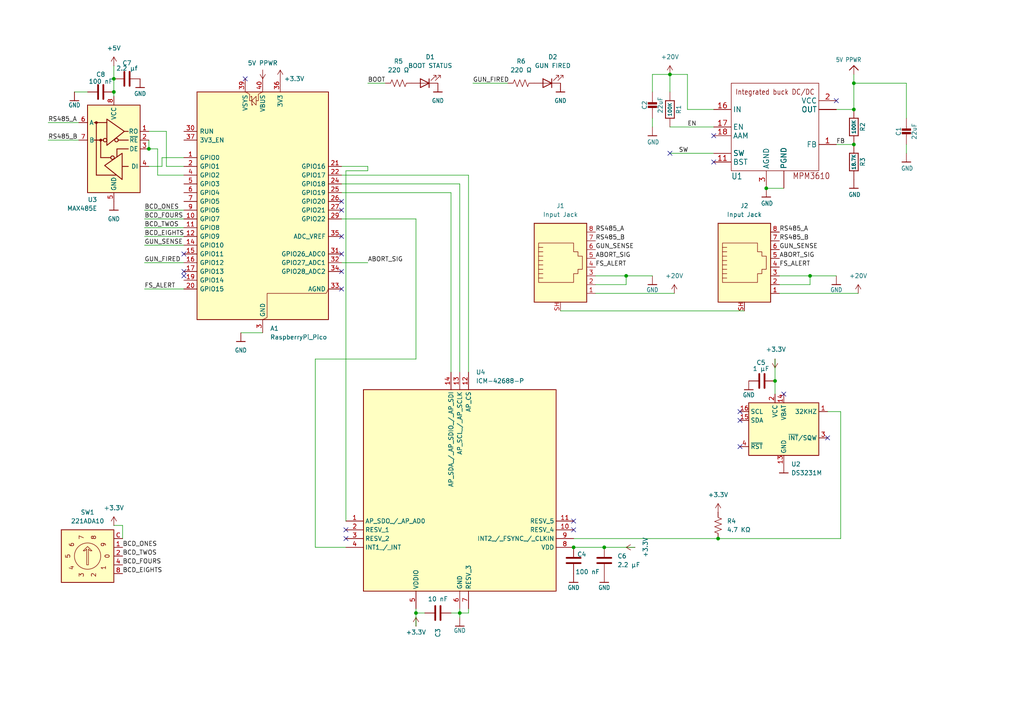
<source format=kicad_sch>
(kicad_sch (version 20250114) (generator "eeschema") (generator_version "9.0")
  (paper "A4")
  (lib_symbols
    (symbol "Connector:RJ45_Shielded" (pin_names (offset 1.016))
      (property "Reference" "J" (at -5.08 13.97 0))
      (property "Value" "RJ45_Shielded" (at 2.54 13.97 0))
      (symbol "RJ45_Shielded_0_1"
        (polyline (pts (xy -6.35 1.905) (xy -5.08 1.905) (xy -5.08 1.905)))
        (polyline (pts (xy -6.35 0.635) (xy -5.08 0.635) (xy -5.08 0.635)))
        (polyline (pts (xy -6.35 -0.635) (xy -5.08 -0.635) (xy -5.08 -0.635)))
        (polyline (pts (xy -6.35 -1.905) (xy -5.08 -1.905) (xy -5.08 -1.905)))
        (polyline (pts (xy -6.35 -3.175) (xy -5.08 -3.175) (xy -5.08 -3.175)))
        (polyline (pts (xy -6.35 -4.445) (xy -6.35 6.985) (xy 3.81 6.985) (xy 3.81 4.445) (xy 5.08 4.445) (xy 5.08 3.175) (xy 6.35 3.175) (xy 6.35 -0.635) (xy 5.08 -0.635) (xy 5.08 -1.905) (xy 3.81 -1.905) (xy 3.81 -4.445) (xy -6.35 -4.445) (xy -6.35 -4.445)))
        (polyline (pts (xy -5.08 5.715) (xy -6.35 5.715)))
        (polyline (pts (xy -5.08 4.445) (xy -6.35 4.445)))
        (polyline (pts (xy -5.08 3.175) (xy -6.35 3.175) (xy -6.35 3.175)))
        (rectangle (start 7.62 12.7) (end -7.62 -10.16) (stroke (width 0.254)) (fill (type background)))
      )
      (symbol "RJ45_Shielded_1_1"
        (pin passive line (at 0 -12.7 90) (length 2.54) (name "~") (number "SH"))
        (pin passive line (at 10.16 10.16 180) (length 2.54) (name "~") (number "8"))
        (pin passive line (at 10.16 7.62 180) (length 2.54) (name "~") (number "7"))
        (pin passive line (at 10.16 5.08 180) (length 2.54) (name "~") (number "6"))
        (pin passive line (at 10.16 2.54 180) (length 2.54) (name "~") (number "5"))
        (pin passive line (at 10.16 0 180) (length 2.54) (name "~") (number "4"))
        (pin passive line (at 10.16 -2.54 180) (length 2.54) (name "~") (number "3"))
        (pin passive line (at 10.16 -5.08 180) (length 2.54) (name "~") (number "2"))
        (pin passive line (at 10.16 -7.62 180) (length 2.54) (name "~") (number "1"))
      )
    )
    (symbol "Device:C" (pin_numbers (hide yes)) (pin_names (offset 0.254))
      (property "Reference" "C" (at 0.635 2.54 0))
      (property "Value" "C" (at 0.635 -2.54 0))
      (symbol "C_0_1"
        (polyline (pts (xy -2.032 0.762) (xy 2.032 0.762)) (stroke (width 0.508)))
        (polyline (pts (xy -2.032 -0.762) (xy 2.032 -0.762)) (stroke (width 0.508)))
      )
      (symbol "C_1_1"
        (pin passive line (at 0 3.81 270) (length 2.794) (name "~") (number "1"))
        (pin passive line (at 0 -3.81 90) (length 2.794) (name "~") (number "2"))
      )
    )
    (symbol "Device:LED" (pin_numbers (hide yes)) (pin_names (offset 1.016) (hide yes))
      (property "Reference" "D" (at 0 2.54 0))
      (property "Value" "LED" (at 0 -2.54 0))
      (symbol "LED_0_1"
        (polyline (pts (xy -3.048 -0.762) (xy -4.572 -2.286) (xy -3.81 -2.286) (xy -4.572 -2.286) (xy -4.572 -1.524)))
        (polyline (pts (xy -1.778 -0.762) (xy -3.302 -2.286) (xy -2.54 -2.286) (xy -3.302 -2.286) (xy -3.302 -1.524)))
        (polyline (pts (xy -1.27 0) (xy 1.27 0)))
        (polyline (pts (xy -1.27 -1.27) (xy -1.27 1.27)) (stroke (width 0.254)))
        (polyline (pts (xy 1.27 -1.27) (xy 1.27 1.27) (xy -1.27 0) (xy 1.27 -1.27)) (stroke (width 0.254)))
      )
      (symbol "LED_1_1"
        (pin passive line (at -3.81 0 0) (length 2.54) (name "K") (number "1"))
        (pin passive line (at 3.81 0 180) (length 2.54) (name "A") (number "2"))
      )
    )
    (symbol "Device:R_US" (pin_numbers (hide yes)) (pin_names (offset 0))
      (property "Reference" "R" (at 2.54 0 90))
      (property "Value" "R_US" (at -2.54 0 90))
      (symbol "R_US_0_1"
        (polyline (pts (xy 0 2.286) (xy 0 2.54)))
        (polyline (pts (xy 0 2.286) (xy 1.016 1.905) (xy 0 1.524) (xy -1.016 1.143) (xy 0 0.762)))
        (polyline (pts (xy 0 0.762) (xy 1.016 0.381) (xy 0 0) (xy -1.016 -0.381) (xy 0 -0.762)))
        (polyline (pts (xy 0 -0.762) (xy 1.016 -1.143) (xy 0 -1.524) (xy -1.016 -1.905) (xy 0 -2.286)))
        (polyline (pts (xy 0 -2.286) (xy 0 -2.54)))
      )
      (symbol "R_US_1_1"
        (pin passive line (at 0 3.81 270) (length 1.27) (name "~") (number "1"))
        (pin passive line (at 0 -3.81 90) (length 1.27) (name "~") (number "2"))
      )
    )
    (symbol "ICM-42688:ICM-42688-P"
      (property "Reference" "IC" (at 62.23 43.18 0))
      (property "Value" "ICM-42688-P" (at 62.23 40.64 0))
      (symbol "ICM-42688-P_1_1"
        (rectangle (start 5.08 38.1) (end 60.96 -20.32) (stroke (width 0.254)) (fill (type background)))
        (pin passive line (at 0 0 0) (length 5.08) (name "AP_SDO_/_AP_AD0") (number "1"))
        (pin passive line (at 0 -2.54 0) (length 5.08) (name "RESV_1") (number "2"))
        (pin passive line (at 0 -5.08 0) (length 5.08) (name "RESV_2") (number "3"))
        (pin passive line (at 0 -7.62 0) (length 5.08) (name "INT1_/_INT") (number "4"))
        (pin passive line (at 20.32 -25.4 90) (length 5.08) (name "VDDIO") (number "5"))
        (pin passive line (at 30.48 43.18 270) (length 5.08) (name "AP_SDA_/_AP_SDIO_/_AP_SDI") (number "14"))
        (pin passive line (at 33.02 43.18 270) (length 5.08) (name "AP_SCL_/_AP_SCLK") (number "13"))
        (pin passive line (at 33.02 -25.4 90) (length 5.08) (name "GND") (number "6"))
        (pin passive line (at 35.56 43.18 270) (length 5.08) (name "AP_CS") (number "12"))
        (pin passive line (at 35.56 -25.4 90) (length 5.08) (name "RESV_3") (number "7"))
        (pin passive line (at 66.04 0 180) (length 5.08) (name "RESV_5") (number "11"))
        (pin passive line (at 66.04 -2.54 180) (length 5.08) (name "RESV_4") (number "10"))
        (pin passive line (at 66.04 -5.08 180) (length 5.08) (name "INT2_/_FSYNC_/_CLKIN") (number "9"))
        (pin passive line (at 66.04 -7.62 180) (length 5.08) (name "VDD") (number "8"))
      )
    )
    (symbol "Interface_UART:MAX485E"
      (property "Reference" "U" (at -6.985 13.97 0))
      (property "Value" "MAX485E" (at 1.905 13.97 0))
      (symbol "MAX485E_0_1"
        (rectangle (start -7.62 12.7) (end 7.62 -12.7) (stroke (width 0.254)) (fill (type background)))
        (polyline (pts (xy -4.191 2.54) (xy -1.27 2.54)) (stroke (width 0.254)))
        (polyline (pts (xy -4.191 0) (xy -0.889 0) (xy -0.889 -2.286)) (stroke (width 0.254)))
        (polyline (pts (xy -3.175 5.08) (xy -4.191 5.08) (xy -4.064 5.08)) (stroke (width 0.254)))
        (polyline (pts (xy -2.54 -5.08) (xy -4.191 -5.08)) (stroke (width 0.254)))
        (polyline (pts (xy -2.413 -5.08) (xy -2.413 -1.27) (xy 2.667 -4.826) (xy -2.413 -8.89) (xy -2.413 -5.08)) (stroke (width 0.254)))
        (polyline (pts (xy -0.635 -7.62) (xy 5.08 -7.62)) (stroke (width 0.254)))
        (circle (center 0.381 -2.54) (radius 0.508) (stroke (width 0.254)))
        (polyline (pts (xy 0.889 -2.54) (xy 3.81 -2.54)) (stroke (width 0.254)))
        (polyline (pts (xy 2.032 7.62) (xy 5.715 7.62)) (stroke (width 0.254)))
        (polyline (pts (xy 3.048 2.54) (xy 5.715 2.54)) (stroke (width 0.254)))
        (circle (center 3.81 2.54) (radius 0.2794) (stroke (width 0.254)) (fill (type outline)))
        (polyline (pts (xy 3.81 -2.54) (xy 3.81 2.54)) (stroke (width 0.254)))
        (polyline (pts (xy 5.08 -7.62) (xy 5.08 7.62)) (stroke (width 0.254)))
      )
      (symbol "MAX485E_1_1"
        (circle (center -0.762 2.54) (radius 0.508) (stroke (width 0.254)))
        (polyline (pts (xy 2.032 4.826) (xy 2.032 8.636) (xy -3.048 5.08) (xy 2.032 1.016) (xy 2.032 4.826)) (stroke (width 0.254)))
        (circle (center 2.54 2.54) (radius 0.508) (stroke (width 0.254)))
        (circle (center 5.08 7.62) (radius 0.2794) (stroke (width 0.254)) (fill (type outline)))
        (pin output line (at -10.16 5.08 0) (length 2.54) (name "RO") (number "1"))
        (pin input line (at -10.16 2.54 0) (length 2.54) (name "~{RE}") (number "2"))
        (pin input line (at -10.16 0 0) (length 2.54) (name "DE") (number "3"))
        (pin input line (at -10.16 -5.08 0) (length 2.54) (name "DI") (number "4"))
        (pin power_in line (at 0 15.24 270) (length 2.54) (name "VCC") (number "8"))
        (pin power_in line (at 0 -15.24 90) (length 2.54) (name "GND") (number "5"))
        (pin bidirectional line (at 10.16 7.62 180) (length 2.54) (name "A") (number "6"))
        (pin bidirectional line (at 10.16 2.54 180) (length 2.54) (name "B") (number "7"))
      )
    )
    (symbol "MCU_Module:RaspberryPi_Pico" (pin_names (offset 0.762))
      (property "Reference" "A" (at -19.05 35.56 0))
      (property "Value" "RaspberryPi_Pico" (at 7.62 35.56 0))
      (symbol "RaspberryPi_Pico_0_1"
        (rectangle (start -19.05 34.29) (end 19.05 -31.75) (stroke (width 0.254)) (fill (type background)))
        (polyline (pts (xy -5.08 34.29) (xy -3.81 33.655) (xy -3.81 31.75) (xy -3.175 31.75)))
        (polyline (pts (xy -3.429 32.766) (xy -3.429 33.02) (xy -3.175 33.02) (xy -3.175 30.48) (xy -2.921 30.48) (xy -2.921 30.734)))
        (polyline (pts (xy -3.175 31.75) (xy -1.905 33.02) (xy -1.905 30.48) (xy -3.175 31.75)))
        (polyline (pts (xy 0 34.29) (xy -1.27 33.655) (xy -1.27 31.75) (xy -1.905 31.75)))
        (polyline (pts (xy 0 -31.75) (xy 1.27 -31.115) (xy 1.27 -24.13) (xy 18.415 -24.13) (xy 19.05 -22.86)))
      )
      (symbol "RaspberryPi_Pico_1_1"
        (pin passive line (at -22.86 22.86 0) (length 3.81) (name "RUN") (number "30"))
        (pin passive line (at -22.86 20.32 0) (length 3.81) (name "3V3_EN") (number "37"))
        (pin bidirectional line (at -22.86 15.24 0) (length 3.81) (name "GPIO0") (number "1"))
        (pin bidirectional line (at -22.86 12.7 0) (length 3.81) (name "GPIO1") (number "2"))
        (pin bidirectional line (at -22.86 10.16 0) (length 3.81) (name "GPIO2") (number "4"))
        (pin bidirectional line (at -22.86 7.62 0) (length 3.81) (name "GPIO3") (number "5"))
        (pin bidirectional line (at -22.86 5.08 0) (length 3.81) (name "GPIO4") (number "6"))
        (pin bidirectional line (at -22.86 2.54 0) (length 3.81) (name "GPIO5") (number "7"))
        (pin bidirectional line (at -22.86 0 0) (length 3.81) (name "GPIO6") (number "9"))
        (pin bidirectional line (at -22.86 -2.54 0) (length 3.81) (name "GPIO7") (number "10"))
        (pin bidirectional line (at -22.86 -5.08 0) (length 3.81) (name "GPIO8") (number "11"))
        (pin bidirectional line (at -22.86 -7.62 0) (length 3.81) (name "GPIO9") (number "12"))
        (pin bidirectional line (at -22.86 -10.16 0) (length 3.81) (name "GPIO10") (number "14"))
        (pin bidirectional line (at -22.86 -12.7 0) (length 3.81) (name "GPIO11") (number "15"))
        (pin bidirectional line (at -22.86 -15.24 0) (length 3.81) (name "GPIO12") (number "16"))
        (pin bidirectional line (at -22.86 -17.78 0) (length 3.81) (name "GPIO13") (number "17"))
        (pin bidirectional line (at -22.86 -20.32 0) (length 3.81) (name "GPIO14") (number "19"))
        (pin bidirectional line (at -22.86 -22.86 0) (length 3.81) (name "GPIO15") (number "20"))
        (pin power_in line (at -5.08 38.1 270) (length 3.81) (name "VSYS") (number "39"))
        (pin power_out line (at 0 38.1 270) (length 3.81) (name "VBUS") (number "40"))
        (pin passive line (at 0 -35.56 90) (length 3.81) (hide yes) (name "GND") (number "13"))
        (pin passive line (at 0 -35.56 90) (length 3.81) (hide yes) (name "GND") (number "18"))
        (pin passive line (at 0 -35.56 90) (length 3.81) (hide yes) (name "GND") (number "23"))
        (pin passive line (at 0 -35.56 90) (length 3.81) (hide yes) (name "GND") (number "28"))
        (pin power_out line (at 0 -35.56 90) (length 3.81) (name "GND") (number "3"))
        (pin passive line (at 0 -35.56 90) (length 3.81) (hide yes) (name "GND") (number "38"))
        (pin passive line (at 0 -35.56 90) (length 3.81) (hide yes) (name "GND") (number "8"))
        (pin power_out line (at 5.08 38.1 270) (length 3.81) (name "3V3") (number "36"))
        (pin bidirectional line (at 22.86 12.7 180) (length 3.81) (name "GPIO16") (number "21"))
        (pin bidirectional line (at 22.86 10.16 180) (length 3.81) (name "GPIO17") (number "22"))
        (pin bidirectional line (at 22.86 7.62 180) (length 3.81) (name "GPIO18") (number "24"))
        (pin bidirectional line (at 22.86 5.08 180) (length 3.81) (name "GPIO19") (number "25"))
        (pin bidirectional line (at 22.86 2.54 180) (length 3.81) (name "GPIO20") (number "26"))
        (pin bidirectional line (at 22.86 0 180) (length 3.81) (name "GPIO21") (number "27"))
        (pin bidirectional line (at 22.86 -2.54 180) (length 3.81) (name "GPIO22") (number "29"))
        (pin power_in line (at 22.86 -7.62 180) (length 3.81) (name "ADC_VREF") (number "35"))
        (pin bidirectional line (at 22.86 -12.7 180) (length 3.81) (name "GPIO26_ADC0") (number "31"))
        (pin bidirectional line (at 22.86 -15.24 180) (length 3.81) (name "GPIO27_ADC1") (number "32"))
        (pin bidirectional line (at 22.86 -17.78 180) (length 3.81) (name "GPIO28_ADC2") (number "34"))
        (pin power_out line (at 22.86 -22.86 180) (length 3.81) (name "AGND") (number "33"))
      )
    )
    (symbol "Switch:SW_Coded_SH-7040" (pin_names (hide yes))
      (property "Reference" "SW" (at -7.62 8.89 0))
      (property "Value" "SW_Coded_SH-7040" (at -7.62 -8.89 0))
      (symbol "SW_Coded_SH-7040_0_0"
        (text "5" (at -5.715 0 900) (effects (font (size 1.27 1.27))))
        (text "6" (at -4.6228 3.3528 540) (effects (font (size 1.27 1.27))))
        (text "4" (at -4.6228 -3.3528 1260) (effects (font (size 1.27 1.27))))
        (text "7" (at -1.778 5.4356 180) (effects (font (size 1.27 1.27))))
        (text "3" (at -1.778 -5.4356 1620) (effects (font (size 1.27 1.27))))
        (text "8" (at 1.778 5.4356 3420) (effects (font (size 1.27 1.27))))
        (text "2" (at 1.778 -5.4356 1980) (effects (font (size 1.27 1.27))))
        (text "9" (at 4.6228 3.3528 3060) (effects (font (size 1.27 1.27))))
        (text "1" (at 4.6228 -3.3528 2340) (effects (font (size 1.27 1.27))))
        (text "0" (at 5.715 0 2700) (effects (font (size 1.27 1.27))))
      )
      (symbol "SW_Coded_SH-7040_0_1"
        (polyline (pts (xy -0.254 -2.54) (xy -0.254 2.032) (xy -0.762 1.524) (xy -1.27 1.524) (xy 0 2.794) (xy 1.27 1.524) (xy 0.762 1.524) (xy 0.254 2.032) (xy 0.254 -2.54) (xy -0.254 -2.54) (xy -0.254 -2.54)))
        (circle (center 0 0) (radius 3.81))
        (rectangle (start 7.62 7.62) (end -7.62 -7.62) (stroke (width 0.254)) (fill (type background)))
      )
      (symbol "SW_Coded_SH-7040_1_1"
        (pin passive line (at 10.16 5.08 180) (length 2.54) (name "C") (number "C"))
        (pin passive line (at 10.16 2.54 180) (length 2.54) (name "1") (number "1"))
        (pin passive line (at 10.16 0 180) (length 2.54) (name "2") (number "2"))
        (pin passive line (at 10.16 -2.54 180) (length 2.54) (name "4") (number "4"))
        (pin passive line (at 10.16 -5.08 180) (length 2.54) (name "8") (number "8"))
      )
    )
    (symbol "Timer_RTC:DS3231M"
      (property "Reference" "U" (at -7.62 8.89 0))
      (property "Value" "DS3231M" (at 10.16 8.89 0))
      (symbol "DS3231M_0_1"
        (rectangle (start -10.16 7.62) (end 10.16 -7.62) (stroke (width 0.254)) (fill (type background)))
      )
      (symbol "DS3231M_1_1"
        (pin input line (at -12.7 5.08 0) (length 2.54) (name "SCL") (number "16"))
        (pin bidirectional line (at -12.7 2.54 0) (length 2.54) (name "SDA") (number "15"))
        (pin bidirectional line (at -12.7 -5.08 0) (length 2.54) (name "~{RST}") (number "4"))
        (pin power_in line (at -2.54 10.16 270) (length 2.54) (name "VCC") (number "2"))
        (pin power_in line (at 0 10.16 270) (length 2.54) (name "VBAT") (number "14"))
        (pin passive line (at 0 -10.16 90) (length 2.54) (hide yes) (name "GND") (number "10"))
        (pin passive line (at 0 -10.16 90) (length 2.54) (hide yes) (name "GND") (number "11"))
        (pin passive line (at 0 -10.16 90) (length 2.54) (hide yes) (name "GND") (number "12"))
        (pin power_in line (at 0 -10.16 90) (length 2.54) (name "GND") (number "13"))
        (pin passive line (at 0 -10.16 90) (length 2.54) (hide yes) (name "GND") (number "5"))
        (pin passive line (at 0 -10.16 90) (length 2.54) (hide yes) (name "GND") (number "6"))
        (pin passive line (at 0 -10.16 90) (length 2.54) (hide yes) (name "GND") (number "7"))
        (pin passive line (at 0 -10.16 90) (length 2.54) (hide yes) (name "GND") (number "8"))
        (pin passive line (at 0 -10.16 90) (length 2.54) (hide yes) (name "GND") (number "9"))
        (pin open_collector line (at 12.7 5.08 180) (length 2.54) (name "32KHZ") (number "1"))
        (pin open_collector line (at 12.7 -2.54 180) (length 2.54) (name "~{INT}/SQW") (number "3"))
      )
    )
    (symbol "power:+15V" (power) (pin_numbers (hide yes)) (pin_names (offset 0) (hide yes))
      (property "Value" "+15V" (at 0 3.556 0))
      (symbol "+15V_0_1"
        (polyline (pts (xy -0.762 1.27) (xy 0 2.54)))
        (polyline (pts (xy 0 2.54) (xy 0.762 1.27)))
        (polyline (pts (xy 0 0) (xy 0 2.54)))
      )
      (symbol "+15V_1_1"
        (pin power_in line (at 0 0 90) (length 0) (name "~") (number "1"))
      )
    )
    (symbol "power:+3.3V" (power) (pin_numbers (hide yes)) (pin_names (offset 0) (hide yes))
      (property "Value" "+3.3V" (at 0 3.556 0))
      (symbol "+3.3V_0_1"
        (polyline (pts (xy -0.762 1.27) (xy 0 2.54)))
        (polyline (pts (xy 0 2.54) (xy 0.762 1.27)))
        (polyline (pts (xy 0 0) (xy 0 2.54)))
      )
      (symbol "+3.3V_1_1"
        (pin power_in line (at 0 0 90) (length 0) (name "~") (number "1"))
      )
    )
    (symbol "power:+5V" (power) (pin_numbers (hide yes)) (pin_names (offset 0) (hide yes))
      (property "Value" "+5V" (at 0 3.556 0))
      (symbol "+5V_0_1"
        (polyline (pts (xy -0.762 1.27) (xy 0 2.54)))
        (polyline (pts (xy 0 2.54) (xy 0.762 1.27)))
        (polyline (pts (xy 0 0) (xy 0 2.54)))
      )
      (symbol "+5V_1_1"
        (pin power_in line (at 0 0 90) (length 0) (name "~") (number "1"))
      )
    )
    (symbol "power:GND" (power)
      (symbol "GND_1_0"
        (polyline (pts (xy -1.27 0) (xy 1.27 0)) (stroke (width 0.254)))
        (pin power_in line (at 0 2.54 270) (length 2.54) (name "GND") (number "1"))
      )
    )
    (symbol "react_schematics-eagle-import:3.3V" (power)
      (symbol "3.3V_1_0"
        (polyline (pts (xy -1.27 -1.27) (xy 0 0)) (stroke (width 0.254)))
        (polyline (pts (xy 0 0) (xy 1.27 -1.27)) (stroke (width 0.254)))
        (pin power_in line (at 0 -2.54 90) (length 2.54) (name "3.3V") (number "1"))
      )
    )
    (symbol "react_schematics-eagle-import:CAP_CERAMIC0805-NOOUTLINE"
      (property "Reference" "C" (at -2.29 1.25 90))
      (symbol "CAP_CERAMIC0805-NOOUTLINE_1_0"
        (rectangle (start -1.27 1.524) (end 1.27 2.032) (fill (type outline)))
        (rectangle (start -1.27 0.508) (end 1.27 1.016) (fill (type outline)))
        (polyline (pts (xy 0 2.54) (xy 0 1.778)) (stroke (width 0.1524)))
        (polyline (pts (xy 0 0.762) (xy 0 0)) (stroke (width 0.1524)))
        (pin passive line (at 0 5.08 270) (length 2.54) (name "1") (number "1"))
        (pin passive line (at 0 -2.54 90) (length 2.54) (name "2") (number "2"))
      )
    )
    (symbol "react_schematics-eagle-import:GND" (power)
      (symbol "GND_1_0"
        (polyline (pts (xy -1.27 0) (xy 1.27 0)) (stroke (width 0.254)))
        (pin power_in line (at 0 2.54 270) (length 2.54) (name "GND") (number "1"))
      )
    )
    (symbol "react_schematics-eagle-import:MPM3610"
      (property "Reference" "IC" (at -12.7 -15.24 0))
      (symbol "MPM3610_1_0"
        (polyline (pts (xy -12.7 12.7) (xy -12.7 -12.7)) (stroke (width 0.1524)))
        (polyline (pts (xy -12.7 -12.7) (xy 12.7 -12.7)) (stroke (width 0.1524)))
        (polyline (pts (xy 12.7 12.7) (xy -12.7 12.7)) (stroke (width 0.1524)))
        (polyline (pts (xy 12.7 -12.7) (xy 12.7 12.7)) (stroke (width 0.1524)))
        (text "Integrated buck DC/DC" (at 0 10.16 0) (effects (font (size 1.524 1.2954))))
        (text "MPM3610" (at 5.08 -15.24 0) (effects (font (size 1.778 1.5113)) (justify left bottom)))
        (pin power_in line (at -17.78 5.08 0) (length 5.08) (name "IN") (number "16"))
        (pin input line (at -17.78 0 0) (length 5.08) (name "EN") (number "17"))
        (pin input line (at -17.78 -2.54 0) (length 5.08) (name "AAM") (number "18"))
        (pin passive line (at -17.78 -7.62 0) (length 5.08) (name "SW") (number "4"))
        (pin passive line (at -17.78 -7.62 0) (length 5.08) (name "SW") (number "5"))
        (pin passive line (at -17.78 -7.62 0) (length 5.08) (name "SW") (number "6"))
        (pin passive line (at -17.78 -10.16 0) (length 5.08) (name "BST") (number "11"))
        (pin power_in line (at -2.54 -17.78 90) (length 5.08) (name "AGND") (number "3"))
        (pin power_in line (at 2.54 -17.78 90) (length 5.08) (name "PGND") (number "12"))
        (pin power_in line (at 2.54 -17.78 90) (length 5.08) (name "PGND") (number "13"))
        (pin power_in line (at 2.54 -17.78 90) (length 5.08) (name "PGND") (number "14"))
        (pin power_in line (at 17.78 7.62 180) (length 5.08) (name "VCC") (number "2"))
        (pin power_in line (at 17.78 5.08 180) (length 5.08) (name "OUT") (number "7"))
        (pin power_in line (at 17.78 5.08 180) (length 5.08) (name "OUT") (number "8"))
        (pin power_in line (at 17.78 5.08 180) (length 5.08) (name "OUT") (number "9"))
        (pin input line (at 17.78 -5.08 180) (length 5.08) (name "FB") (number "1"))
      )
    )
    (symbol "react_schematics-eagle-import:RESISTOR_0603_NOOUT"
      (property "Reference" "R" (at 0 2.54 0))
      (symbol "RESISTOR_0603_NOOUT_1_0"
        (polyline (pts (xy -2.54 1.27) (xy 2.54 1.27)) (stroke (width 0.254)))
        (polyline (pts (xy -2.54 -1.27) (xy -2.54 1.27)) (stroke (width 0.254)))
        (polyline (pts (xy 2.54 1.27) (xy 2.54 -1.27)) (stroke (width 0.254)))
        (polyline (pts (xy 2.54 -1.27) (xy -2.54 -1.27)) (stroke (width 0.254)))
        (pin passive line (at -5.08 0 0) (length 2.54) (name "1") (number "1"))
        (pin passive line (at 5.08 0 180) (length 2.54) (name "2") (number "2"))
      )
    )
  )
  (junction (at 33.02 22.86))
  (junction (at 222.25 54.61))
  (junction (at 247.65 41.91))
  (junction (at 234.95 80.01))
  (junction (at 247.65 24.13))
  (junction (at 133.35 177.8))
  (junction (at 120.65 177.8))
  (junction (at 43.18 43.18))
  (junction (at 224.79 110.49))
  (junction (at 208.28 156.21))
  (junction (at 247.65 31.75))
  (junction (at 194.31 21.59))
  (junction (at 33.02 26.67))
  (junction (at 181.61 80.01))
  (junction (at 166.37 158.75))
  (junction (at 175.26 158.75))
  (no_connect (at 207.01 39.37))
  (no_connect (at 214.63 119.38))
  (no_connect (at 207.01 46.99))
  (no_connect (at 99.06 58.42))
  (no_connect (at 99.06 68.58))
  (no_connect (at 99.06 78.74))
  (no_connect (at 53.34 73.66))
  (no_connect (at 166.37 151.13))
  (no_connect (at 53.34 80.01))
  (no_connect (at 240.03 127))
  (no_connect (at 100.33 156.21))
  (no_connect (at 214.63 121.92))
  (no_connect (at 166.37 153.67))
  (no_connect (at 227.33 114.3))
  (no_connect (at 194.31 44.45))
  (no_connect (at 99.06 83.82))
  (no_connect (at 71.12 22.86))
  (no_connect (at 99.06 73.66))
  (no_connect (at 242.57 29.21))
  (no_connect (at 99.06 60.96))
  (no_connect (at 214.63 129.54))
  (no_connect (at 53.34 78.74))
  (no_connect (at 100.33 153.67))
  (wire (pts (xy 234.95 82.55) (xy 234.95 80.01)))
  (wire (pts (xy 53.34 60.96) (xy 41.91 60.96)))
  (wire (pts (xy 41.91 71.12) (xy 53.34 71.12)))
  (wire (pts (xy 242.57 41.91) (xy 247.65 41.91)) (stroke (width 0.1524)))
  (wire (pts (xy 262.89 24.13) (xy 247.65 24.13)) (stroke (width 0.1524)))
  (wire (pts (xy 76.2 96.52) (xy 69.85 96.52)))
  (wire (pts (xy 120.65 176.53) (xy 120.65 177.8)))
  (wire (pts (xy 189.23 21.59) (xy 189.23 26.67)) (stroke (width 0.1524)))
  (wire (pts (xy 91.44 104.14) (xy 120.65 104.14)))
  (wire (pts (xy 133.35 176.53) (xy 133.35 177.8)))
  (wire (pts (xy 53.34 68.58) (xy 41.91 68.58)))
  (wire (pts (xy 224.79 110.49) (xy 224.79 114.3)))
  (wire (pts (xy 41.91 63.5) (xy 53.34 63.5)))
  (wire (pts (xy 41.91 83.82) (xy 53.34 83.82)))
  (wire (pts (xy 243.84 156.21) (xy 243.84 119.38)))
  (wire (pts (xy 48.26 48.26) (xy 53.34 48.26)))
  (wire (pts (xy 224.79 104.14) (xy 224.79 110.49)))
  (wire (pts (xy 48.26 38.1) (xy 48.26 48.26)))
  (wire (pts (xy 172.72 82.55) (xy 181.61 82.55)))
  (wire (pts (xy 46.99 48.26) (xy 46.99 45.72)))
  (wire (pts (xy 45.72 50.8) (xy 53.34 50.8)))
  (wire (pts (xy 106.68 49.53) (xy 100.33 49.53)))
  (wire (pts (xy 106.68 24.13) (xy 111.76 24.13)))
  (wire (pts (xy 262.89 41.91) (xy 262.89 44.45)) (stroke (width 0.1524)))
  (wire (pts (xy 133.35 53.34) (xy 99.06 53.34)))
  (wire (pts (xy 135.89 176.53) (xy 135.89 177.8)))
  (wire (pts (xy 41.91 66.04) (xy 53.34 66.04)))
  (wire (pts (xy 189.23 34.29) (xy 189.23 36.83)) (stroke (width 0.1524)))
  (wire (pts (xy 135.89 107.95) (xy 135.89 50.8)))
  (wire (pts (xy 43.18 40.64) (xy 43.18 43.18)))
  (wire (pts (xy 100.33 49.53) (xy 100.33 151.13)))
  (wire (pts (xy 135.89 50.8) (xy 99.06 50.8)))
  (wire (pts (xy 106.68 49.53) (xy 106.68 48.26)))
  (wire (pts (xy 243.84 119.38) (xy 240.03 119.38)))
  (wire (pts (xy 133.35 107.95) (xy 133.35 53.34)))
  (wire (pts (xy 99.06 63.5) (xy 120.65 63.5)))
  (wire (pts (xy 166.37 156.21) (xy 208.28 156.21)))
  (wire (pts (xy 120.65 104.14) (xy 120.65 63.5)))
  (wire (pts (xy 135.89 177.8) (xy 133.35 177.8)))
  (wire (pts (xy 181.61 80.01) (xy 189.23 80.01)))
  (wire (pts (xy 106.68 48.26) (xy 99.06 48.26)))
  (wire (pts (xy 247.65 21.59) (xy 247.65 24.13)) (stroke (width 0.1524)))
  (wire (pts (xy 208.28 156.21) (xy 243.84 156.21)))
  (wire (pts (xy 194.31 26.67) (xy 194.31 21.59)) (stroke (width 0.1524)))
  (wire (pts (xy 91.44 158.75) (xy 100.33 158.75)))
  (wire (pts (xy 41.91 76.2) (xy 53.34 76.2)))
  (wire (pts (xy 21.59 26.67) (xy 25.4 26.67)))
  (wire (pts (xy 130.81 107.95) (xy 130.81 55.88)))
  (wire (pts (xy 181.61 82.55) (xy 181.61 80.01)))
  (wire (pts (xy 13.97 40.64) (xy 22.86 40.64)))
  (wire (pts (xy 162.56 90.17) (xy 215.9 90.17)))
  (wire (pts (xy 35.56 156.21) (xy 35.56 152.4)))
  (wire (pts (xy 130.81 55.88) (xy 99.06 55.88)))
  (wire (pts (xy 227.33 54.61) (xy 222.25 54.61)) (stroke (width 0.1524)))
  (wire (pts (xy 130.81 177.8) (xy 133.35 177.8)))
  (wire (pts (xy 226.06 82.55) (xy 234.95 82.55)))
  (wire (pts (xy 207.01 36.83) (xy 194.31 36.83)) (stroke (width 0.1524)))
  (wire (pts (xy 262.89 24.13) (xy 262.89 34.29)) (stroke (width 0.1524)))
  (wire (pts (xy 175.26 158.75) (xy 184.15 158.75)))
  (wire (pts (xy 247.65 24.13) (xy 247.65 31.75)) (stroke (width 0.1524)))
  (wire (pts (xy 46.99 45.72) (xy 53.34 45.72)))
  (wire (pts (xy 33.02 22.86) (xy 33.02 26.67)))
  (wire (pts (xy 133.35 177.8) (xy 133.35 179.07)))
  (wire (pts (xy 194.31 21.59) (xy 199.39 21.59)) (stroke (width 0.1524)))
  (wire (pts (xy 199.39 31.75) (xy 207.01 31.75)) (stroke (width 0.1524)))
  (wire (pts (xy 33.02 19.05) (xy 33.02 22.86)))
  (wire (pts (xy 189.23 21.59) (xy 194.31 21.59)) (stroke (width 0.1524)))
  (wire (pts (xy 120.65 177.8) (xy 123.19 177.8)))
  (wire (pts (xy 120.65 177.8) (xy 120.65 181.61)))
  (wire (pts (xy 43.18 43.18) (xy 45.72 43.18)))
  (wire (pts (xy 172.72 80.01) (xy 181.61 80.01)))
  (wire (pts (xy 33.02 26.67) (xy 33.02 27.94)))
  (wire (pts (xy 199.39 21.59) (xy 199.39 31.75)) (stroke (width 0.1524)))
  (wire (pts (xy 91.44 158.75) (xy 91.44 104.14)))
  (wire (pts (xy 172.72 85.09) (xy 195.58 85.09)))
  (wire (pts (xy 43.18 48.26) (xy 46.99 48.26)))
  (wire (pts (xy 166.37 158.75) (xy 175.26 158.75)))
  (wire (pts (xy 35.56 152.4) (xy 33.02 152.4)))
  (wire (pts (xy 226.06 85.09) (xy 248.92 85.09)))
  (wire (pts (xy 45.72 43.18) (xy 45.72 50.8)))
  (wire (pts (xy 226.06 80.01) (xy 234.95 80.01)))
  (wire (pts (xy 247.65 31.75) (xy 242.57 31.75)) (stroke (width 0.1524)))
  (wire (pts (xy 106.68 76.2) (xy 99.06 76.2)))
  (wire (pts (xy 234.95 80.01) (xy 242.57 80.01)))
  (wire (pts (xy 43.18 38.1) (xy 48.26 38.1)))
  (wire (pts (xy 207.01 44.45) (xy 194.31 44.45)) (stroke (width 0.1524)))
  (wire (pts (xy 137.16 24.13) (xy 147.32 24.13)))
  (wire (pts (xy 13.97 35.56) (xy 22.86 35.56)))
  (label "BCD_EIGHTS" (at 41.91 68.58 0))
  (label "BCD_FOURS" (at 41.91 63.5 0))
  (label "SW" (at 196.85 44.45 0) (effects (font (size 1.2446 1.2446))))
  (label "RS485_A" (at 13.97 35.56 0))
  (label "GUN_FIRED" (at 41.91 76.2 0))
  (label "GUN_SENSE" (at 172.72 72.39 0))
  (label "RS485_B" (at 13.97 40.64 0))
  (label "BOOT" (at 106.68 24.13 0))
  (label "FS_ALERT" (at 226.06 77.47 0))
  (label "RS485_B" (at 226.06 69.85 0))
  (label "GUN_SENSE" (at 226.06 72.39 0))
  (label "RS485_A" (at 226.06 67.31 0))
  (label "BCD_ONES" (at 41.91 60.96 0))
  (label "BCD_TWOS" (at 41.91 66.04 0))
  (label "FB" (at 242.57 41.91 0) (effects (font (size 1.2446 1.2446))))
  (label "ABORT_SIG" (at 172.72 74.93 0))
  (label "ABORT_SIG" (at 106.68 76.2 0))
  (label "GUN_SENSE" (at 41.91 71.12 0))
  (label "BCD_ONES" (at 35.56 158.75 0))
  (label "ABORT_SIG" (at 226.06 74.93 0))
  (label "GUN_FIRED" (at 137.16 24.13 0))
  (label "BCD_TWOS" (at 35.56 161.29 0))
  (label "BCD_FOURS" (at 35.56 163.83 0))
  (label "RS485_A" (at 172.72 67.31 0))
  (label "BCD_EIGHTS" (at 35.56 166.37 0))
  (label "RS485_B" (at 172.72 69.85 0))
  (label "FS_ALERT" (at 172.72 77.47 0))
  (label "FS_ALERT" (at 41.91 83.82 0))
  (label "EN" (at 199.39 36.83 0) (effects (font (size 1.2446 1.2446))))
  (symbol (lib_id "Connector:RJ45_Shielded") (at 215.9 77.47 0) (unit 1)
    (property "Reference" "J2" (at 215.9 59.69 0))
    (property "Value" "Input Jack" (at 215.9 62.23 0))
    (property "Description" "RJ connector, 8P8C (8 positions 8 connected), Shielded" (effects (hide yes)))
  )
  (symbol (lib_id "Device:R_US") (at 208.28 152.4 0) (unit 1)
    (property "Reference" "R4" (at 210.82 151.1299 0) (effects (justify left)))
    (property "Value" "4.7 KΩ" (at 210.82 153.6699 0) (effects (justify left)))
    (property "Description" "Resistor, US symbol" (effects (hide yes)))
  )
  (symbol (lib_id "Timer_RTC:DS3231M") (at 227.33 124.46 0) (unit 1)
    (property "Reference" "U2" (at 229.4733 134.62 0) (effects (justify left)))
    (property "Value" "DS3231M" (at 229.4733 137.16 0) (effects (justify left)))
    (property "Footprint" "Package_SO:SOIC-16W_7.5x10.3mm_P1.27mm" (effects (hide yes)))
    (property "Datasheet" "http://datasheets.maximintegrated.com/en/ds/DS3231.pdf" (effects (hide yes)))
    (property "Description" "Extremely Accurate I2C-Integrated RTC/TCXO/Crystal SOIC-16" (effects (hide yes)))
  )
  (symbol (lib_id "Interface_UART:MAX485E") (at 33.02 43.18 0) (mirror y) (unit 1)
    (property "Reference" "U3" (at 28.194 57.912 0) (effects (justify left)))
    (property "Value" "MAX485E" (at 28.194 60.452 0) (effects (justify left)))
    (property "Footprint" "Package_SO:SOIC-8_3.9x4.9mm_P1.27mm" (effects (hide yes)))
    (property "Datasheet" "https://datasheets.maximintegrated.com/en/ds/MAX1487E-MAX491E.pdf" (effects (hide yes)))
    (property "Description" "Half duplex RS-485/RS-422, 2.5 Mbps, ±15kV electro-static discharge (ESD) protection, no slew-rate, no low-power shutdown, with receiver/driver enable, 32 receiver drive capability, DIP-8 and SOIC-8" (effects (hide yes)))
  )
  (symbol (lib_id "power:GND") (at 69.85 99.06 0) (unit 1)
    (property "Reference" "01" (effects (hide yes)))
    (property "Value" "GND" (at 69.85 101.6 0) (effects (font (size 1.27 1.0795))))
    (property "Description" "GND" (effects (hide yes)))
  )
  (symbol (lib_id "power:+15V") (at 248.92 85.09 0) (unit 1)
    (property "Reference" "#PWR011" (effects (hide yes)))
    (property "Value" "+20V" (at 248.92 80.01 0))
    (property "Description" "Power symbol creates a global label with name \"+15V\"" (effects (hide yes)))
  )
  (symbol (lib_id "Device:C") (at 127 177.8 90) (unit 1)
    (property "Reference" "C3" (at 127 184.912 0) (effects (justify left)))
    (property "Value" "10 nF" (at 127 173.736 90))
    (property "Description" "Unpolarized capacitor" (effects (hide yes)))
  )
  (symbol (lib_id "power:GND") (at 21.59 29.21 0) (unit 1)
    (property "Reference" "01" (effects (hide yes)))
    (property "Value" "GND" (at 21.59 30.48 0) (effects (font (size 1.27 1.0795))))
    (property "Description" "GND" (effects (hide yes)))
  )
  (symbol (lib_id "power:GND") (at 217.17 113.03 0) (unit 1)
    (property "Reference" "01" (effects (hide yes)))
    (property "Value" "GND" (at 217.17 114.554 0) (effects (font (size 1.27 1.0795))))
    (property "Description" "GND" (effects (hide yes)))
  )
  (symbol (lib_id "react_schematics-eagle-import:RESISTOR_0603_NOOUT") (at 247.65 46.99 270) (unit 1)
    (property "Reference" "R3" (at 250.19 46.99 0))
    (property "Value" "18.7K" (at 247.65 46.99 0) (effects (font (size 1.016 1.016) (thickness 0.2032) (bold yes))))
    (property "Footprint" "react_schematics:0603-NO" (effects (hide yes)))
    (property "Description" "Resistors\n\nFor new designs, use the packages preceded by an '_' character since they are more reliable:\n\nThe following footprints should be used on most boards:\n\n• _0402 - Standard footprint for regular board layouts\n• _0603 - Standard footprint for regular board layouts\n• _0805 - Standard footprint for regular board layouts\n• _1206 - Standard footprint for regular board layouts\n\nFor extremely tight-pitch boards where space is at a premium, the following 'micro-pitch' footprints can be used (smaller pads, no silkscreen outline, etc.):\n\n• _0402MP - Micro-pitch footprint for very dense/compact boards\n• _0603MP - Micro-pitch footprint for very dense/compact boards\n• _0805MP - Micro-pitch footprint for very dense/compact boards\n• _1206MP - Micro-pitch footprint for very dense/compact boards" (effects (hide yes)))
  )
  (symbol (lib_id "react_schematics-eagle-import:3.3V") (at 247.65 19.05 0) (unit 1)
    (property "Reference" "#U$15" (effects (hide yes)))
    (property "Value" "5V PPWR" (at 246.126 18.034 0) (effects (font (size 1.27 1.0795)) (justify bottom)))
    (property "Description" "3.3V Supply" (effects (hide yes)))
  )
  (symbol (lib_id "power:+3.3V") (at 184.15 158.75 90) (unit 1)
    (property "Reference" "#PWR04" (effects (hide yes)))
    (property "Value" "+3.3V" (at 187.198 158.75 0))
    (property "Description" "Power symbol creates a global label with name \"+3.3V\"" (effects (hide yes)))
  )
  (symbol (lib_id "Device:R_US") (at 115.57 24.13 270) (unit 1)
    (property "Reference" "R5" (at 115.57 17.78 90))
    (property "Value" "220 Ω" (at 115.57 20.32 90))
    (property "Description" "Resistor, US symbol" (effects (hide yes)))
  )
  (symbol (lib_id "react_schematics-eagle-import:GND") (at 262.89 46.99 0) (unit 1)
    (property "Reference" "#U$1" (effects (hide yes)))
    (property "Value" "GND" (at 261.366 49.53 0) (effects (font (size 1.27 1.0795)) (justify left bottom)))
    (property "Description" "GND" (effects (hide yes)))
  )
  (symbol (lib_id "power:+15V") (at 195.58 85.09 0) (unit 1)
    (property "Reference" "#PWR010" (effects (hide yes)))
    (property "Value" "+20V" (at 195.58 80.01 0))
    (property "Description" "Power symbol creates a global label with name \"+15V\"" (effects (hide yes)))
  )
  (symbol (lib_id "power:+15V") (at 194.31 21.59 0) (unit 1)
    (property "Reference" "#PWR09" (effects (hide yes)))
    (property "Value" "+20V" (at 194.31 16.51 0))
    (property "Description" "Power symbol creates a global label with name \"+15V\"" (effects (hide yes)))
  )
  (symbol (lib_id "power:GND") (at 40.64 25.4 0) (unit 1)
    (property "Reference" "01" (effects (hide yes)))
    (property "Value" "GND" (at 40.64 27.178 0) (effects (font (size 1.27 1.0795))))
    (property "Description" "GND" (effects (hide yes)))
  )
  (symbol (lib_id "Device:C") (at 29.21 26.67 90) (unit 1)
    (property "Reference" "C8" (at 29.21 21.59 90))
    (property "Value" "100 nF" (at 29.21 23.622 90))
    (property "Description" "Unpolarized capacitor" (effects (hide yes)))
  )
  (symbol (lib_id "Device:C") (at 36.83 22.86 270) (unit 1)
    (property "Reference" "C7" (at 36.83 18.288 90))
    (property "Value" "2.2 µf" (at 36.83 19.812 90))
    (property "Description" "Unpolarized capacitor" (effects (hide yes)))
  )
  (symbol (lib_id "Device:C") (at 220.98 110.49 90) (unit 1)
    (property "Reference" "C5" (at 220.726 105.156 90))
    (property "Value" "1 µF" (at 220.726 106.934 90))
    (property "Description" "Unpolarized capacitor" (effects (hide yes)))
  )
  (symbol (lib_id "power:GND") (at 189.23 82.55 0) (unit 1)
    (property "Reference" "01" (effects (hide yes)))
    (property "Value" "GND" (at 189.23 84.074 0) (effects (font (size 1.27 1.0795))))
    (property "Description" "GND" (effects (hide yes)))
  )
  (symbol (lib_id "Device:LED") (at 123.19 24.13 180) (unit 1)
    (property "Reference" "D1" (at 124.7775 16.51 0))
    (property "Value" "BOOT STATUS" (at 124.7775 19.05 0))
    (property "Description" "Light emitting diode" (effects (hide yes)))
    (property "Sim.Pins" "1=K 2=A" (effects (hide yes)))
  )
  (symbol (lib_id "power:GND") (at 166.37 168.91 0) (unit 1)
    (property "Reference" "01" (effects (hide yes)))
    (property "Value" "GND" (at 166.37 170.434 0) (effects (font (size 1.27 1.0795))))
    (property "Description" "GND" (effects (hide yes)))
  )
  (symbol (lib_id "react_schematics-eagle-import:CAP_CERAMIC0805-NOOUTLINE") (at 262.89 39.37 0) (unit 1)
    (property "Reference" "C1" (at 260.6 38.12 90))
    (property "Value" "22uF" (at 265.19 38.12 90))
    (property "Footprint" "react_schematics:0805-NO" (effects (hide yes)))
    (property "Description" "Ceramic Capacitors\n\nFor new designs, use the packages preceded by an '_' character since they are more reliable:\n\nThe following footprints should be used on most boards:\n\n• _0402 - Standard footprint for regular board layouts\n• _0603 - Standard footprint for regular board layouts\n• _0805 - Standard footprint for regular board layouts\n• _1206 - Standard footprint for regular board layouts\n\nFor extremely tight-pitch boards where space is at a premium, the following 'micro-pitch' footprints can be used (smaller pads, no silkscreen outline, etc.):\n\n• _0402MP - Micro-pitch footprint for very dense/compact boards\n• _0603MP - Micro-pitch footprint for very dense/compact boards\n• _0805MP - Micro-pitch footprint for very dense/compact boards\n• _1206MP - Micro-pitch footprint for very dense/compact boards" (effects (hide yes)))
  )
  (symbol (lib_id "power:+3.3V") (at 120.65 181.61 0) (unit 1)
    (property "Reference" "#PWR03" (effects (hide yes)))
    (property "Value" "+3.3V" (at 120.65 183.388 0))
    (property "Description" "Power symbol creates a global label with name \"+3.3V\"" (effects (hide yes)))
  )
  (symbol (lib_id "power:+5V") (at 33.02 19.05 0) (unit 1)
    (property "Reference" "#PWR08" (effects (hide yes)))
    (property "Value" "+5V" (at 33.02 13.97 0))
    (property "Description" "Power symbol creates a global label with name \"+5V\"" (effects (hide yes)))
  )
  (symbol (lib_id "power:+5V") (at 76.2 20.32 180) (unit 1)
    (property "Reference" "#PWR01" (effects (hide yes)))
    (property "Value" "5V PPWR" (at 76.2 18.288 0))
    (property "Description" "Power symbol creates a global label with name \"+5V\"" (effects (hide yes)))
  )
  (symbol (lib_id "react_schematics-eagle-import:GND") (at 189.23 39.37 0) (unit 1)
    (property "Reference" "#U$3" (effects (hide yes)))
    (property "Value" "GND" (at 187.706 41.91 0) (effects (font (size 1.27 1.0795)) (justify left bottom)))
    (property "Description" "GND" (effects (hide yes)))
  )
  (symbol (lib_id "power:GND") (at 127 26.67 0) (unit 1)
    (property "Reference" "01" (effects (hide yes)))
    (property "Value" "GND" (at 127 29.21 0) (effects (font (size 1.27 1.0795))))
    (property "Description" "GND" (effects (hide yes)))
  )
  (symbol (lib_id "react_schematics-eagle-import:MPM3610") (at 224.79 36.83 0) (unit 1)
    (property "Reference" "U1" (at 212.09 52.07 0) (effects (font (size 1.778 1.5113)) (justify left bottom)))
    (property "Value" "MPM3610" (effects (hide yes)))
    (property "Footprint" "react_schematics:MPM3610" (effects (hide yes)))
  )
  (symbol (lib_id "Connector:RJ45_Shielded") (at 162.56 77.47 0) (unit 1)
    (property "Reference" "J1" (at 162.56 59.69 0))
    (property "Value" "Input Jack" (at 162.56 62.23 0))
    (property "Description" "RJ connector, 8P8C (8 positions 8 connected), Shielded" (effects (hide yes)))
  )
  (symbol (lib_id "MCU_Module:RaspberryPi_Pico") (at 76.2 60.96 0) (unit 1)
    (property "Reference" "A1" (at 78.3433 95.25 0) (effects (justify left)))
    (property "Value" "RaspberryPi_Pico" (at 78.3433 97.79 0) (effects (justify left)))
    (property "Footprint" "Module:RaspberryPi_Pico_Common_Unspecified" (effects (hide yes)))
    (property "Datasheet" "https://datasheets.raspberrypi.com/pico/pico-datasheet.pdf" (effects (hide yes)))
    (property "Description" "Versatile and inexpensive microcontroller module powered by RP2040 dual-core Arm Cortex-M0+ processor up to 133 MHz, 264kB SRAM, 2MB QSPI flash; also supports Raspberry Pi Pico 2" (effects (hide yes)))
  )
  (symbol (lib_id "react_schematics-eagle-import:GND") (at 222.25 57.15 0) (unit 1)
    (property "Reference" "#U$13" (effects (hide yes)))
    (property "Value" "GND" (at 220.726 59.69 0) (effects (font (size 1.27 1.0795)) (justify left bottom)))
    (property "Description" "GND" (effects (hide yes)))
  )
  (symbol (lib_id "Switch:SW_Coded_SH-7040") (at 25.4 161.29 0) (unit 1)
    (property "Reference" "SW1" (at 25.4 148.59 0))
    (property "Value" "221ADA10" (at 25.4 151.13 0))
    (property "Footprint" "Button_Switch_SMD:Nidec_Copal_SH-7040B" (effects (hide yes)))
    (property "Datasheet" "https://www.nidec-copal-electronics.com/e/catalog/switch/sh-7000.pdf" (effects (hide yes)))
    (property "Description" "Rotary switch, 4-bit encoding, 10 positions, Gray code" (effects (hide yes)))
  )
  (symbol (lib_id "react_schematics-eagle-import:CAP_CERAMIC0805-NOOUTLINE") (at 189.23 31.75 0) (unit 1)
    (property "Reference" "C2" (at 186.94 30.5 90))
    (property "Value" "22uF" (at 191.53 30.5 90))
    (property "Footprint" "react_schematics:0805-NO" (effects (hide yes)))
    (property "Description" "Ceramic Capacitors\n\nFor new designs, use the packages preceded by an '_' character since they are more reliable:\n\nThe following footprints should be used on most boards:\n\n• _0402 - Standard footprint for regular board layouts\n• _0603 - Standard footprint for regular board layouts\n• _0805 - Standard footprint for regular board layouts\n• _1206 - Standard footprint for regular board layouts\n\nFor extremely tight-pitch boards where space is at a premium, the following 'micro-pitch' footprints can be used (smaller pads, no silkscreen outline, etc.):\n\n• _0402MP - Micro-pitch footprint for very dense/compact boards\n• _0603MP - Micro-pitch footprint for very dense/compact boards\n• _0805MP - Micro-pitch footprint for very dense/compact boards\n• _1206MP - Micro-pitch footprint for very dense/compact boards" (effects (hide yes)))
  )
  (symbol (lib_id "react_schematics-eagle-import:GND") (at 247.65 54.61 0) (unit 1)
    (property "Reference" "#U$5" (effects (hide yes)))
    (property "Value" "GND" (at 246.126 57.15 0) (effects (font (size 1.27 1.0795)) (justify left bottom)))
    (property "Description" "GND" (effects (hide yes)))
  )
  (symbol (lib_id "power:GND") (at 227.33 137.16 0) (unit 1)
    (property "Reference" "01" (effects (hide yes)))
    (property "Description" "GND" (effects (hide yes)))
  )
  (symbol (lib_id "Device:R_US") (at 151.13 24.13 270) (unit 1)
    (property "Reference" "R6" (at 151.13 17.78 90))
    (property "Value" "220 Ω" (at 151.13 20.32 90))
    (property "Description" "Resistor, US symbol" (effects (hide yes)))
  )
  (symbol (lib_id "power:GND") (at 175.26 168.91 0) (unit 1)
    (property "Reference" "01" (effects (hide yes)))
    (property "Value" "GND" (at 175.26 170.434 0) (effects (font (size 1.27 1.0795))))
    (property "Description" "GND" (effects (hide yes)))
  )
  (symbol (lib_id "Device:C") (at 166.37 162.56 0) (unit 1)
    (property "Reference" "C4" (at 167.386 160.782 0) (effects (justify left)))
    (property "Value" "100 nF" (at 166.878 165.862 0) (effects (justify left)))
    (property "Description" "Unpolarized capacitor" (effects (hide yes)))
  )
  (symbol (lib_id "power:GND") (at 133.35 181.61 0) (unit 1)
    (property "Reference" "01" (effects (hide yes)))
    (property "Value" "GND" (at 133.35 182.88 0) (effects (font (size 1.27 1.0795))))
    (property "Description" "GND" (effects (hide yes)))
  )
  (symbol (lib_id "Device:LED") (at 158.75 24.13 180) (unit 1)
    (property "Reference" "D2" (at 160.3375 16.51 0))
    (property "Value" "GUN FIRED" (at 160.3375 19.05 0))
    (property "Description" "Light emitting diode" (effects (hide yes)))
    (property "Sim.Pins" "1=K 2=A" (effects (hide yes)))
  )
  (symbol (lib_id "react_schematics-eagle-import:RESISTOR_0603_NOOUT") (at 247.65 36.83 270) (unit 1)
    (property "Reference" "R2" (at 250.19 36.83 0))
    (property "Value" "100K" (at 247.65 36.83 0) (effects (font (size 1.016 1.016) (thickness 0.2032) (bold yes))))
    (property "Footprint" "react_schematics:0603-NO" (effects (hide yes)))
    (property "Description" "Resistors\n\nFor new designs, use the packages preceded by an '_' character since they are more reliable:\n\nThe following footprints should be used on most boards:\n\n• _0402 - Standard footprint for regular board layouts\n• _0603 - Standard footprint for regular board layouts\n• _0805 - Standard footprint for regular board layouts\n• _1206 - Standard footprint for regular board layouts\n\nFor extremely tight-pitch boards where space is at a premium, the following 'micro-pitch' footprints can be used (smaller pads, no silkscreen outline, etc.):\n\n• _0402MP - Micro-pitch footprint for very dense/compact boards\n• _0603MP - Micro-pitch footprint for very dense/compact boards\n• _0805MP - Micro-pitch footprint for very dense/compact boards\n• _1206MP - Micro-pitch footprint for very dense/compact boards" (effects (hide yes)))
  )
  (symbol (lib_id "Device:C") (at 175.26 162.56 0) (unit 1)
    (property "Reference" "C6" (at 179.07 161.2899 0) (effects (justify left)))
    (property "Value" "2.2 µF" (at 179.07 163.8299 0) (effects (justify left)))
    (property "Description" "Unpolarized capacitor" (effects (hide yes)))
  )
  (symbol (lib_id "power:+3.3V") (at 208.28 148.59 0) (unit 1)
    (property "Reference" "#PWR07" (effects (hide yes)))
    (property "Value" "+3.3V" (at 208.28 143.51 0))
    (property "Description" "Power symbol creates a global label with name \"+3.3V\"" (effects (hide yes)))
  )
  (symbol (lib_id "ICM-42688:ICM-42688-P") (at 100.33 151.13 0) (unit 1)
    (property "Reference" "U4" (at 138.0333 107.95 0) (effects (justify left)))
    (property "Value" "ICM-42688-P" (at 138.0333 110.49 0) (effects (justify left)))
    (property "Footprint" "IIM42352" (effects (hide yes)))
    (property "Datasheet" "https://3cfeqx1hf82y3xcoull08ihx-wpengine.netdna-ssl.com/wp-content/uploads/2021/06/DS-000347-ICM-42688-P-v1.5.pdf" (effects (hide yes)))
    (property "Description" "IMU (Inertial Measurement Unit), 6-Axis, Accelerometer, Gyroscope" (effects (hide yes)))
    (property "Manufacturer_Name" "TDK" (effects (hide yes)))
    (property "Manufacturer_Part_Number" "ICM-42688-P" (effects (hide yes)))
    (property "Mouser Part Number" "410-ICM-42688-P" (effects (hide yes)))
    (property "Mouser Price/Stock" "https://www.mouser.co.uk/ProductDetail/TDK-InvenSense/ICM-42688-P?qs=OlC7AqGiEDk8QrNAV728zw%3D%3D" (effects (hide yes)))
    (property "Arrow Part Number" "ICM-42688-P" (effects (hide yes)))
    (property "Arrow Price/Stock" "https://www.arrow.com/en/products/icm-42688-p/invensense?utm_currency=USD&region=nac" (effects (hide yes)))
  )
  (symbol (lib_id "react_schematics-eagle-import:RESISTOR_0603_NOOUT") (at 194.31 31.75 270) (unit 1)
    (property "Reference" "R1" (at 196.85 31.75 0))
    (property "Value" "100K" (at 194.31 31.75 0) (effects (font (size 1.016 1.016) (thickness 0.2032) (bold yes))))
    (property "Footprint" "react_schematics:0603-NO" (effects (hide yes)))
    (property "Description" "Resistors\n\nFor new designs, use the packages preceded by an '_' character since they are more reliable:\n\nThe following footprints should be used on most boards:\n\n• _0402 - Standard footprint for regular board layouts\n• _0603 - Standard footprint for regular board layouts\n• _0805 - Standard footprint for regular board layouts\n• _1206 - Standard footprint for regular board layouts\n\nFor extremely tight-pitch boards where space is at a premium, the following 'micro-pitch' footprints can be used (smaller pads, no silkscreen outline, etc.):\n\n• _0402MP - Micro-pitch footprint for very dense/compact boards\n• _0603MP - Micro-pitch footprint for very dense/compact boards\n• _0805MP - Micro-pitch footprint for very dense/compact boards\n• _1206MP - Micro-pitch footprint for very dense/compact boards" (effects (hide yes)))
  )
  (symbol (lib_id "power:GND") (at 162.56 26.67 0) (unit 1)
    (property "Reference" "0101" (effects (hide yes)))
    (property "Value" "GND" (at 162.56 29.21 0) (effects (font (size 1.27 1.0795))))
    (property "Description" "GND" (effects (hide yes)))
  )
  (symbol (lib_id "power:+3.3V") (at 81.28 22.86 0) (unit 1)
    (property "Reference" "#PWR02" (effects (hide yes)))
    (property "Value" "+3.3V" (at 85.344 22.86 0))
    (property "Description" "Power symbol creates a global label with name \"+3.3V\"" (effects (hide yes)))
  )
  (symbol (lib_id "power:+3.3V") (at 224.79 104.14 180) (unit 1)
    (property "Reference" "#PWR05" (effects (hide yes)))
    (property "Value" "+3.3V" (at 225.044 101.346 0))
    (property "Description" "Power symbol creates a global label with name \"+3.3V\"" (effects (hide yes)))
  )
  (symbol (lib_id "power:GND") (at 242.57 82.55 0) (unit 1)
    (property "Reference" "0101" (effects (hide yes)))
    (property "Value" "GND" (at 242.57 84.074 0) (effects (font (size 1.27 1.0795))))
    (property "Description" "GND" (effects (hide yes)))
  )
  (symbol (lib_id "power:GND") (at 33.02 60.96 0) (unit 1)
    (property "Reference" "01" (effects (hide yes)))
    (property "Value" "GND" (at 33.02 63.5 0) (effects (font (size 1.27 1.0795))))
    (property "Description" "GND" (effects (hide yes)))
  )
  (symbol (lib_id "power:+3.3V") (at 33.02 152.4 0) (unit 1)
    (property "Reference" "#PWR06" (effects (hide yes)))
    (property "Value" "+3.3V" (at 33.02 147.32 0))
    (property "Description" "Power symbol creates a global label with name \"+3.3V\"" (effects (hide yes)))
  )
)
</source>
